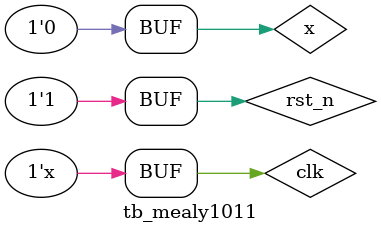
<source format=v>
module tb_mealy1011;
  reg clk, rst_n, x;
  wire z;
  
  seq_detector_1010 sd(clk, rst_n, x, z);
  initial clk = 0;   
  always #2 clk = ~clk;
    
  initial begin
    x = 0;
    #1 rst_n = 0;
    #2 rst_n = 1;
    
    #3 x = 0;
    #4 x = 1;
    #4 x = 0;
    #4 x = 1;
    #4 x = 0;
    #4 x = 1;
    #4 x = 0;
    #4 x = 1;
    #4 x = 1;
    #4 x = 1;
    #4 x = 0;
    #4 x = 1;
    #4 x = 0;
    #4 x = 1;
    #4 x = 0;
    #10;
  end
  
  initial begin
    // Dump waves
    $dumpfile("dump.vcd");
    $dumpvars(0);
  end
endmodule
</source>
